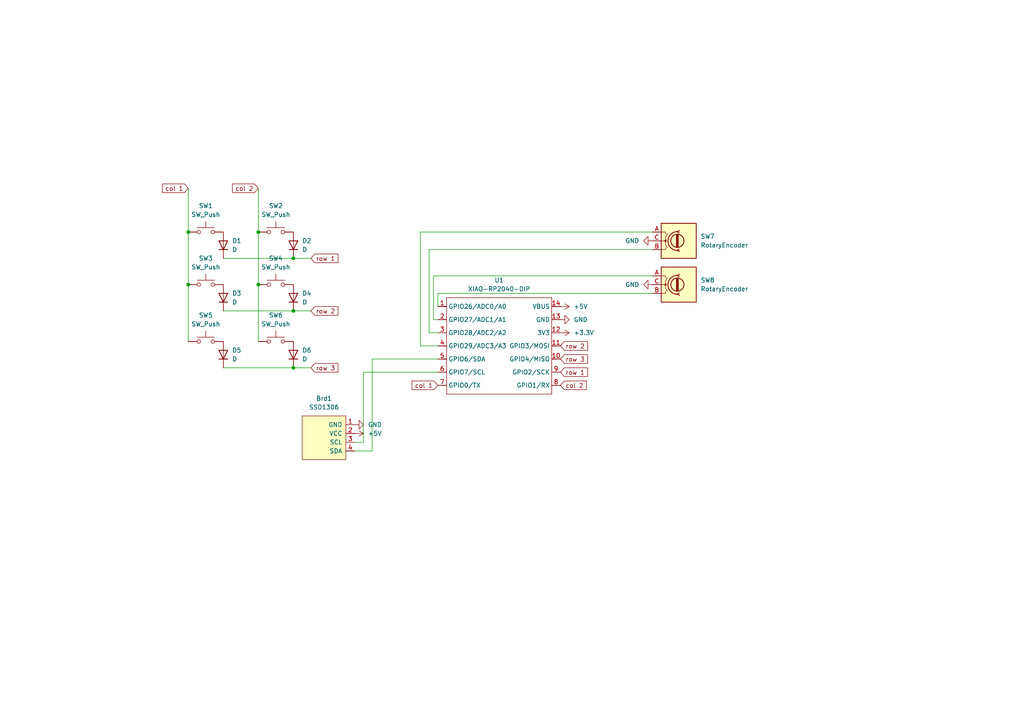
<source format=kicad_sch>
(kicad_sch
	(version 20231120)
	(generator "eeschema")
	(generator_version "8.0")
	(uuid "b450b460-bac9-4bd5-b547-666e19e2a901")
	(paper "A4")
	(lib_symbols
		(symbol "Device:D"
			(pin_numbers hide)
			(pin_names
				(offset 1.016) hide)
			(exclude_from_sim no)
			(in_bom yes)
			(on_board yes)
			(property "Reference" "D"
				(at 0 2.54 0)
				(effects
					(font
						(size 1.27 1.27)
					)
				)
			)
			(property "Value" "D"
				(at 0 -2.54 0)
				(effects
					(font
						(size 1.27 1.27)
					)
				)
			)
			(property "Footprint" ""
				(at 0 0 0)
				(effects
					(font
						(size 1.27 1.27)
					)
					(hide yes)
				)
			)
			(property "Datasheet" "~"
				(at 0 0 0)
				(effects
					(font
						(size 1.27 1.27)
					)
					(hide yes)
				)
			)
			(property "Description" "Diode"
				(at 0 0 0)
				(effects
					(font
						(size 1.27 1.27)
					)
					(hide yes)
				)
			)
			(property "Sim.Device" "D"
				(at 0 0 0)
				(effects
					(font
						(size 1.27 1.27)
					)
					(hide yes)
				)
			)
			(property "Sim.Pins" "1=K 2=A"
				(at 0 0 0)
				(effects
					(font
						(size 1.27 1.27)
					)
					(hide yes)
				)
			)
			(property "ki_keywords" "diode"
				(at 0 0 0)
				(effects
					(font
						(size 1.27 1.27)
					)
					(hide yes)
				)
			)
			(property "ki_fp_filters" "TO-???* *_Diode_* *SingleDiode* D_*"
				(at 0 0 0)
				(effects
					(font
						(size 1.27 1.27)
					)
					(hide yes)
				)
			)
			(symbol "D_0_1"
				(polyline
					(pts
						(xy -1.27 1.27) (xy -1.27 -1.27)
					)
					(stroke
						(width 0.254)
						(type default)
					)
					(fill
						(type none)
					)
				)
				(polyline
					(pts
						(xy 1.27 0) (xy -1.27 0)
					)
					(stroke
						(width 0)
						(type default)
					)
					(fill
						(type none)
					)
				)
				(polyline
					(pts
						(xy 1.27 1.27) (xy 1.27 -1.27) (xy -1.27 0) (xy 1.27 1.27)
					)
					(stroke
						(width 0.254)
						(type default)
					)
					(fill
						(type none)
					)
				)
			)
			(symbol "D_1_1"
				(pin passive line
					(at -3.81 0 0)
					(length 2.54)
					(name "K"
						(effects
							(font
								(size 1.27 1.27)
							)
						)
					)
					(number "1"
						(effects
							(font
								(size 1.27 1.27)
							)
						)
					)
				)
				(pin passive line
					(at 3.81 0 180)
					(length 2.54)
					(name "A"
						(effects
							(font
								(size 1.27 1.27)
							)
						)
					)
					(number "2"
						(effects
							(font
								(size 1.27 1.27)
							)
						)
					)
				)
			)
		)
		(symbol "Device:RotaryEncoder"
			(pin_names
				(offset 0.254) hide)
			(exclude_from_sim no)
			(in_bom yes)
			(on_board yes)
			(property "Reference" "SW"
				(at 0 6.604 0)
				(effects
					(font
						(size 1.27 1.27)
					)
				)
			)
			(property "Value" "RotaryEncoder"
				(at 0 -6.604 0)
				(effects
					(font
						(size 1.27 1.27)
					)
				)
			)
			(property "Footprint" ""
				(at -3.81 4.064 0)
				(effects
					(font
						(size 1.27 1.27)
					)
					(hide yes)
				)
			)
			(property "Datasheet" "~"
				(at 0 6.604 0)
				(effects
					(font
						(size 1.27 1.27)
					)
					(hide yes)
				)
			)
			(property "Description" "Rotary encoder, dual channel, incremental quadrate outputs"
				(at 0 0 0)
				(effects
					(font
						(size 1.27 1.27)
					)
					(hide yes)
				)
			)
			(property "ki_keywords" "rotary switch encoder"
				(at 0 0 0)
				(effects
					(font
						(size 1.27 1.27)
					)
					(hide yes)
				)
			)
			(property "ki_fp_filters" "RotaryEncoder*"
				(at 0 0 0)
				(effects
					(font
						(size 1.27 1.27)
					)
					(hide yes)
				)
			)
			(symbol "RotaryEncoder_0_1"
				(rectangle
					(start -5.08 5.08)
					(end 5.08 -5.08)
					(stroke
						(width 0.254)
						(type default)
					)
					(fill
						(type background)
					)
				)
				(circle
					(center -3.81 0)
					(radius 0.254)
					(stroke
						(width 0)
						(type default)
					)
					(fill
						(type outline)
					)
				)
				(circle
					(center -0.381 0)
					(radius 1.905)
					(stroke
						(width 0.254)
						(type default)
					)
					(fill
						(type none)
					)
				)
				(arc
					(start -0.381 2.667)
					(mid -3.0988 -0.0635)
					(end -0.381 -2.794)
					(stroke
						(width 0.254)
						(type default)
					)
					(fill
						(type none)
					)
				)
				(polyline
					(pts
						(xy -0.635 -1.778) (xy -0.635 1.778)
					)
					(stroke
						(width 0.254)
						(type default)
					)
					(fill
						(type none)
					)
				)
				(polyline
					(pts
						(xy -0.381 -1.778) (xy -0.381 1.778)
					)
					(stroke
						(width 0.254)
						(type default)
					)
					(fill
						(type none)
					)
				)
				(polyline
					(pts
						(xy -0.127 1.778) (xy -0.127 -1.778)
					)
					(stroke
						(width 0.254)
						(type default)
					)
					(fill
						(type none)
					)
				)
				(polyline
					(pts
						(xy -5.08 -2.54) (xy -3.81 -2.54) (xy -3.81 -2.032)
					)
					(stroke
						(width 0)
						(type default)
					)
					(fill
						(type none)
					)
				)
				(polyline
					(pts
						(xy -5.08 2.54) (xy -3.81 2.54) (xy -3.81 2.032)
					)
					(stroke
						(width 0)
						(type default)
					)
					(fill
						(type none)
					)
				)
				(polyline
					(pts
						(xy 0.254 -3.048) (xy -0.508 -2.794) (xy 0.127 -2.413)
					)
					(stroke
						(width 0.254)
						(type default)
					)
					(fill
						(type none)
					)
				)
				(polyline
					(pts
						(xy 0.254 2.921) (xy -0.508 2.667) (xy 0.127 2.286)
					)
					(stroke
						(width 0.254)
						(type default)
					)
					(fill
						(type none)
					)
				)
				(polyline
					(pts
						(xy -5.08 0) (xy -3.81 0) (xy -3.81 -1.016) (xy -3.302 -2.032)
					)
					(stroke
						(width 0)
						(type default)
					)
					(fill
						(type none)
					)
				)
				(polyline
					(pts
						(xy -4.318 0) (xy -3.81 0) (xy -3.81 1.016) (xy -3.302 2.032)
					)
					(stroke
						(width 0)
						(type default)
					)
					(fill
						(type none)
					)
				)
			)
			(symbol "RotaryEncoder_1_1"
				(pin passive line
					(at -7.62 2.54 0)
					(length 2.54)
					(name "A"
						(effects
							(font
								(size 1.27 1.27)
							)
						)
					)
					(number "A"
						(effects
							(font
								(size 1.27 1.27)
							)
						)
					)
				)
				(pin passive line
					(at -7.62 -2.54 0)
					(length 2.54)
					(name "B"
						(effects
							(font
								(size 1.27 1.27)
							)
						)
					)
					(number "B"
						(effects
							(font
								(size 1.27 1.27)
							)
						)
					)
				)
				(pin passive line
					(at -7.62 0 0)
					(length 2.54)
					(name "C"
						(effects
							(font
								(size 1.27 1.27)
							)
						)
					)
					(number "C"
						(effects
							(font
								(size 1.27 1.27)
							)
						)
					)
				)
			)
		)
		(symbol "OPL:XIAO-RP2040-DIP"
			(exclude_from_sim no)
			(in_bom yes)
			(on_board yes)
			(property "Reference" "U"
				(at 0 0 0)
				(effects
					(font
						(size 1.27 1.27)
					)
				)
			)
			(property "Value" "XIAO-RP2040-DIP"
				(at 5.334 -1.778 0)
				(effects
					(font
						(size 1.27 1.27)
					)
				)
			)
			(property "Footprint" "Module:MOUDLE14P-XIAO-DIP-SMD"
				(at 14.478 -32.258 0)
				(effects
					(font
						(size 1.27 1.27)
					)
					(hide yes)
				)
			)
			(property "Datasheet" ""
				(at 0 0 0)
				(effects
					(font
						(size 1.27 1.27)
					)
					(hide yes)
				)
			)
			(property "Description" ""
				(at 0 0 0)
				(effects
					(font
						(size 1.27 1.27)
					)
					(hide yes)
				)
			)
			(symbol "XIAO-RP2040-DIP_1_0"
				(polyline
					(pts
						(xy -1.27 -30.48) (xy -1.27 -16.51)
					)
					(stroke
						(width 0.1524)
						(type solid)
					)
					(fill
						(type none)
					)
				)
				(polyline
					(pts
						(xy -1.27 -27.94) (xy -2.54 -27.94)
					)
					(stroke
						(width 0.1524)
						(type solid)
					)
					(fill
						(type none)
					)
				)
				(polyline
					(pts
						(xy -1.27 -24.13) (xy -2.54 -24.13)
					)
					(stroke
						(width 0.1524)
						(type solid)
					)
					(fill
						(type none)
					)
				)
				(polyline
					(pts
						(xy -1.27 -20.32) (xy -2.54 -20.32)
					)
					(stroke
						(width 0.1524)
						(type solid)
					)
					(fill
						(type none)
					)
				)
				(polyline
					(pts
						(xy -1.27 -16.51) (xy -2.54 -16.51)
					)
					(stroke
						(width 0.1524)
						(type solid)
					)
					(fill
						(type none)
					)
				)
				(polyline
					(pts
						(xy -1.27 -16.51) (xy -1.27 -12.7)
					)
					(stroke
						(width 0.1524)
						(type solid)
					)
					(fill
						(type none)
					)
				)
				(polyline
					(pts
						(xy -1.27 -12.7) (xy -2.54 -12.7)
					)
					(stroke
						(width 0.1524)
						(type solid)
					)
					(fill
						(type none)
					)
				)
				(polyline
					(pts
						(xy -1.27 -12.7) (xy -1.27 -8.89)
					)
					(stroke
						(width 0.1524)
						(type solid)
					)
					(fill
						(type none)
					)
				)
				(polyline
					(pts
						(xy -1.27 -8.89) (xy -2.54 -8.89)
					)
					(stroke
						(width 0.1524)
						(type solid)
					)
					(fill
						(type none)
					)
				)
				(polyline
					(pts
						(xy -1.27 -8.89) (xy -1.27 -5.08)
					)
					(stroke
						(width 0.1524)
						(type solid)
					)
					(fill
						(type none)
					)
				)
				(polyline
					(pts
						(xy -1.27 -5.08) (xy -2.54 -5.08)
					)
					(stroke
						(width 0.1524)
						(type solid)
					)
					(fill
						(type none)
					)
				)
				(polyline
					(pts
						(xy -1.27 -5.08) (xy -1.27 -2.54)
					)
					(stroke
						(width 0.1524)
						(type solid)
					)
					(fill
						(type none)
					)
				)
				(polyline
					(pts
						(xy -1.27 -2.54) (xy 29.21 -2.54)
					)
					(stroke
						(width 0.1524)
						(type solid)
					)
					(fill
						(type none)
					)
				)
				(polyline
					(pts
						(xy 29.21 -30.48) (xy -1.27 -30.48)
					)
					(stroke
						(width 0.1524)
						(type solid)
					)
					(fill
						(type none)
					)
				)
				(polyline
					(pts
						(xy 29.21 -12.7) (xy 29.21 -30.48)
					)
					(stroke
						(width 0.1524)
						(type solid)
					)
					(fill
						(type none)
					)
				)
				(polyline
					(pts
						(xy 29.21 -8.89) (xy 29.21 -12.7)
					)
					(stroke
						(width 0.1524)
						(type solid)
					)
					(fill
						(type none)
					)
				)
				(polyline
					(pts
						(xy 29.21 -5.08) (xy 29.21 -8.89)
					)
					(stroke
						(width 0.1524)
						(type solid)
					)
					(fill
						(type none)
					)
				)
				(polyline
					(pts
						(xy 29.21 -2.54) (xy 29.21 -5.08)
					)
					(stroke
						(width 0.1524)
						(type solid)
					)
					(fill
						(type none)
					)
				)
				(polyline
					(pts
						(xy 30.48 -27.94) (xy 29.21 -27.94)
					)
					(stroke
						(width 0.1524)
						(type solid)
					)
					(fill
						(type none)
					)
				)
				(polyline
					(pts
						(xy 30.48 -24.13) (xy 29.21 -24.13)
					)
					(stroke
						(width 0.1524)
						(type solid)
					)
					(fill
						(type none)
					)
				)
				(polyline
					(pts
						(xy 30.48 -20.32) (xy 29.21 -20.32)
					)
					(stroke
						(width 0.1524)
						(type solid)
					)
					(fill
						(type none)
					)
				)
				(polyline
					(pts
						(xy 30.48 -16.51) (xy 29.21 -16.51)
					)
					(stroke
						(width 0.1524)
						(type solid)
					)
					(fill
						(type none)
					)
				)
				(polyline
					(pts
						(xy 30.48 -12.7) (xy 29.21 -12.7)
					)
					(stroke
						(width 0.1524)
						(type solid)
					)
					(fill
						(type none)
					)
				)
				(polyline
					(pts
						(xy 30.48 -8.89) (xy 29.21 -8.89)
					)
					(stroke
						(width 0.1524)
						(type solid)
					)
					(fill
						(type none)
					)
				)
				(polyline
					(pts
						(xy 30.48 -5.08) (xy 29.21 -5.08)
					)
					(stroke
						(width 0.1524)
						(type solid)
					)
					(fill
						(type none)
					)
				)
				(pin passive line
					(at -3.81 -5.08 0)
					(length 2.54)
					(name "GPIO26/ADC0/A0"
						(effects
							(font
								(size 1.27 1.27)
							)
						)
					)
					(number "1"
						(effects
							(font
								(size 1.27 1.27)
							)
						)
					)
				)
				(pin passive line
					(at 31.75 -20.32 180)
					(length 2.54)
					(name "GPIO4/MISO"
						(effects
							(font
								(size 1.27 1.27)
							)
						)
					)
					(number "10"
						(effects
							(font
								(size 1.27 1.27)
							)
						)
					)
				)
				(pin passive line
					(at 31.75 -16.51 180)
					(length 2.54)
					(name "GPIO3/MOSI"
						(effects
							(font
								(size 1.27 1.27)
							)
						)
					)
					(number "11"
						(effects
							(font
								(size 1.27 1.27)
							)
						)
					)
				)
				(pin passive line
					(at 31.75 -12.7 180)
					(length 2.54)
					(name "3V3"
						(effects
							(font
								(size 1.27 1.27)
							)
						)
					)
					(number "12"
						(effects
							(font
								(size 1.27 1.27)
							)
						)
					)
				)
				(pin passive line
					(at 31.75 -8.89 180)
					(length 2.54)
					(name "GND"
						(effects
							(font
								(size 1.27 1.27)
							)
						)
					)
					(number "13"
						(effects
							(font
								(size 1.27 1.27)
							)
						)
					)
				)
				(pin passive line
					(at 31.75 -5.08 180)
					(length 2.54)
					(name "VBUS"
						(effects
							(font
								(size 1.27 1.27)
							)
						)
					)
					(number "14"
						(effects
							(font
								(size 1.27 1.27)
							)
						)
					)
				)
				(pin passive line
					(at -3.81 -8.89 0)
					(length 2.54)
					(name "GPIO27/ADC1/A1"
						(effects
							(font
								(size 1.27 1.27)
							)
						)
					)
					(number "2"
						(effects
							(font
								(size 1.27 1.27)
							)
						)
					)
				)
				(pin passive line
					(at -3.81 -12.7 0)
					(length 2.54)
					(name "GPIO28/ADC2/A2"
						(effects
							(font
								(size 1.27 1.27)
							)
						)
					)
					(number "3"
						(effects
							(font
								(size 1.27 1.27)
							)
						)
					)
				)
				(pin passive line
					(at -3.81 -16.51 0)
					(length 2.54)
					(name "GPIO29/ADC3/A3"
						(effects
							(font
								(size 1.27 1.27)
							)
						)
					)
					(number "4"
						(effects
							(font
								(size 1.27 1.27)
							)
						)
					)
				)
				(pin passive line
					(at -3.81 -20.32 0)
					(length 2.54)
					(name "GPIO6/SDA"
						(effects
							(font
								(size 1.27 1.27)
							)
						)
					)
					(number "5"
						(effects
							(font
								(size 1.27 1.27)
							)
						)
					)
				)
				(pin passive line
					(at -3.81 -24.13 0)
					(length 2.54)
					(name "GPIO7/SCL"
						(effects
							(font
								(size 1.27 1.27)
							)
						)
					)
					(number "6"
						(effects
							(font
								(size 1.27 1.27)
							)
						)
					)
				)
				(pin passive line
					(at -3.81 -27.94 0)
					(length 2.54)
					(name "GPIO0/TX"
						(effects
							(font
								(size 1.27 1.27)
							)
						)
					)
					(number "7"
						(effects
							(font
								(size 1.27 1.27)
							)
						)
					)
				)
				(pin passive line
					(at 31.75 -27.94 180)
					(length 2.54)
					(name "GPIO1/RX"
						(effects
							(font
								(size 1.27 1.27)
							)
						)
					)
					(number "8"
						(effects
							(font
								(size 1.27 1.27)
							)
						)
					)
				)
				(pin passive line
					(at 31.75 -24.13 180)
					(length 2.54)
					(name "GPIO2/SCK"
						(effects
							(font
								(size 1.27 1.27)
							)
						)
					)
					(number "9"
						(effects
							(font
								(size 1.27 1.27)
							)
						)
					)
				)
			)
		)
		(symbol "SSD1306-128x64_OLED:SSD1306"
			(pin_names
				(offset 1.016)
			)
			(exclude_from_sim no)
			(in_bom yes)
			(on_board yes)
			(property "Reference" "Brd"
				(at 0 -3.81 0)
				(effects
					(font
						(size 1.27 1.27)
					)
				)
			)
			(property "Value" "SSD1306"
				(at 0 -1.27 0)
				(effects
					(font
						(size 1.27 1.27)
					)
				)
			)
			(property "Footprint" ""
				(at 0 6.35 0)
				(effects
					(font
						(size 1.27 1.27)
					)
					(hide yes)
				)
			)
			(property "Datasheet" ""
				(at 0 6.35 0)
				(effects
					(font
						(size 1.27 1.27)
					)
					(hide yes)
				)
			)
			(property "Description" "SSD1306 OLED"
				(at 0 0 0)
				(effects
					(font
						(size 1.27 1.27)
					)
					(hide yes)
				)
			)
			(property "ki_keywords" "SSD1306"
				(at 0 0 0)
				(effects
					(font
						(size 1.27 1.27)
					)
					(hide yes)
				)
			)
			(property "ki_fp_filters" "SSD1306-128x64_OLED:SSD1306"
				(at 0 0 0)
				(effects
					(font
						(size 1.27 1.27)
					)
					(hide yes)
				)
			)
			(symbol "SSD1306_0_1"
				(rectangle
					(start -6.35 6.35)
					(end 6.35 -6.35)
					(stroke
						(width 0)
						(type solid)
					)
					(fill
						(type background)
					)
				)
			)
			(symbol "SSD1306_1_1"
				(pin input line
					(at -3.81 8.89 270)
					(length 2.54)
					(name "GND"
						(effects
							(font
								(size 1.27 1.27)
							)
						)
					)
					(number "1"
						(effects
							(font
								(size 1.27 1.27)
							)
						)
					)
				)
				(pin input line
					(at -1.27 8.89 270)
					(length 2.54)
					(name "VCC"
						(effects
							(font
								(size 1.27 1.27)
							)
						)
					)
					(number "2"
						(effects
							(font
								(size 1.27 1.27)
							)
						)
					)
				)
				(pin input line
					(at 1.27 8.89 270)
					(length 2.54)
					(name "SCL"
						(effects
							(font
								(size 1.27 1.27)
							)
						)
					)
					(number "3"
						(effects
							(font
								(size 1.27 1.27)
							)
						)
					)
				)
				(pin input line
					(at 3.81 8.89 270)
					(length 2.54)
					(name "SDA"
						(effects
							(font
								(size 1.27 1.27)
							)
						)
					)
					(number "4"
						(effects
							(font
								(size 1.27 1.27)
							)
						)
					)
				)
			)
		)
		(symbol "Switch:SW_Push"
			(pin_numbers hide)
			(pin_names
				(offset 1.016) hide)
			(exclude_from_sim no)
			(in_bom yes)
			(on_board yes)
			(property "Reference" "SW"
				(at 1.27 2.54 0)
				(effects
					(font
						(size 1.27 1.27)
					)
					(justify left)
				)
			)
			(property "Value" "SW_Push"
				(at 0 -1.524 0)
				(effects
					(font
						(size 1.27 1.27)
					)
				)
			)
			(property "Footprint" ""
				(at 0 5.08 0)
				(effects
					(font
						(size 1.27 1.27)
					)
					(hide yes)
				)
			)
			(property "Datasheet" "~"
				(at 0 5.08 0)
				(effects
					(font
						(size 1.27 1.27)
					)
					(hide yes)
				)
			)
			(property "Description" "Push button switch, generic, two pins"
				(at 0 0 0)
				(effects
					(font
						(size 1.27 1.27)
					)
					(hide yes)
				)
			)
			(property "ki_keywords" "switch normally-open pushbutton push-button"
				(at 0 0 0)
				(effects
					(font
						(size 1.27 1.27)
					)
					(hide yes)
				)
			)
			(symbol "SW_Push_0_1"
				(circle
					(center -2.032 0)
					(radius 0.508)
					(stroke
						(width 0)
						(type default)
					)
					(fill
						(type none)
					)
				)
				(polyline
					(pts
						(xy 0 1.27) (xy 0 3.048)
					)
					(stroke
						(width 0)
						(type default)
					)
					(fill
						(type none)
					)
				)
				(polyline
					(pts
						(xy 2.54 1.27) (xy -2.54 1.27)
					)
					(stroke
						(width 0)
						(type default)
					)
					(fill
						(type none)
					)
				)
				(circle
					(center 2.032 0)
					(radius 0.508)
					(stroke
						(width 0)
						(type default)
					)
					(fill
						(type none)
					)
				)
				(pin passive line
					(at -5.08 0 0)
					(length 2.54)
					(name "1"
						(effects
							(font
								(size 1.27 1.27)
							)
						)
					)
					(number "1"
						(effects
							(font
								(size 1.27 1.27)
							)
						)
					)
				)
				(pin passive line
					(at 5.08 0 180)
					(length 2.54)
					(name "2"
						(effects
							(font
								(size 1.27 1.27)
							)
						)
					)
					(number "2"
						(effects
							(font
								(size 1.27 1.27)
							)
						)
					)
				)
			)
		)
		(symbol "power:+3.3V"
			(power)
			(pin_numbers hide)
			(pin_names
				(offset 0) hide)
			(exclude_from_sim no)
			(in_bom yes)
			(on_board yes)
			(property "Reference" "#PWR"
				(at 0 -3.81 0)
				(effects
					(font
						(size 1.27 1.27)
					)
					(hide yes)
				)
			)
			(property "Value" "+3.3V"
				(at 0 3.556 0)
				(effects
					(font
						(size 1.27 1.27)
					)
				)
			)
			(property "Footprint" ""
				(at 0 0 0)
				(effects
					(font
						(size 1.27 1.27)
					)
					(hide yes)
				)
			)
			(property "Datasheet" ""
				(at 0 0 0)
				(effects
					(font
						(size 1.27 1.27)
					)
					(hide yes)
				)
			)
			(property "Description" "Power symbol creates a global label with name \"+3.3V\""
				(at 0 0 0)
				(effects
					(font
						(size 1.27 1.27)
					)
					(hide yes)
				)
			)
			(property "ki_keywords" "global power"
				(at 0 0 0)
				(effects
					(font
						(size 1.27 1.27)
					)
					(hide yes)
				)
			)
			(symbol "+3.3V_0_1"
				(polyline
					(pts
						(xy -0.762 1.27) (xy 0 2.54)
					)
					(stroke
						(width 0)
						(type default)
					)
					(fill
						(type none)
					)
				)
				(polyline
					(pts
						(xy 0 0) (xy 0 2.54)
					)
					(stroke
						(width 0)
						(type default)
					)
					(fill
						(type none)
					)
				)
				(polyline
					(pts
						(xy 0 2.54) (xy 0.762 1.27)
					)
					(stroke
						(width 0)
						(type default)
					)
					(fill
						(type none)
					)
				)
			)
			(symbol "+3.3V_1_1"
				(pin power_in line
					(at 0 0 90)
					(length 0)
					(name "~"
						(effects
							(font
								(size 1.27 1.27)
							)
						)
					)
					(number "1"
						(effects
							(font
								(size 1.27 1.27)
							)
						)
					)
				)
			)
		)
		(symbol "power:+5V"
			(power)
			(pin_numbers hide)
			(pin_names
				(offset 0) hide)
			(exclude_from_sim no)
			(in_bom yes)
			(on_board yes)
			(property "Reference" "#PWR"
				(at 0 -3.81 0)
				(effects
					(font
						(size 1.27 1.27)
					)
					(hide yes)
				)
			)
			(property "Value" "+5V"
				(at 0 3.556 0)
				(effects
					(font
						(size 1.27 1.27)
					)
				)
			)
			(property "Footprint" ""
				(at 0 0 0)
				(effects
					(font
						(size 1.27 1.27)
					)
					(hide yes)
				)
			)
			(property "Datasheet" ""
				(at 0 0 0)
				(effects
					(font
						(size 1.27 1.27)
					)
					(hide yes)
				)
			)
			(property "Description" "Power symbol creates a global label with name \"+5V\""
				(at 0 0 0)
				(effects
					(font
						(size 1.27 1.27)
					)
					(hide yes)
				)
			)
			(property "ki_keywords" "global power"
				(at 0 0 0)
				(effects
					(font
						(size 1.27 1.27)
					)
					(hide yes)
				)
			)
			(symbol "+5V_0_1"
				(polyline
					(pts
						(xy -0.762 1.27) (xy 0 2.54)
					)
					(stroke
						(width 0)
						(type default)
					)
					(fill
						(type none)
					)
				)
				(polyline
					(pts
						(xy 0 0) (xy 0 2.54)
					)
					(stroke
						(width 0)
						(type default)
					)
					(fill
						(type none)
					)
				)
				(polyline
					(pts
						(xy 0 2.54) (xy 0.762 1.27)
					)
					(stroke
						(width 0)
						(type default)
					)
					(fill
						(type none)
					)
				)
			)
			(symbol "+5V_1_1"
				(pin power_in line
					(at 0 0 90)
					(length 0)
					(name "~"
						(effects
							(font
								(size 1.27 1.27)
							)
						)
					)
					(number "1"
						(effects
							(font
								(size 1.27 1.27)
							)
						)
					)
				)
			)
		)
		(symbol "power:GND"
			(power)
			(pin_numbers hide)
			(pin_names
				(offset 0) hide)
			(exclude_from_sim no)
			(in_bom yes)
			(on_board yes)
			(property "Reference" "#PWR"
				(at 0 -6.35 0)
				(effects
					(font
						(size 1.27 1.27)
					)
					(hide yes)
				)
			)
			(property "Value" "GND"
				(at 0 -3.81 0)
				(effects
					(font
						(size 1.27 1.27)
					)
				)
			)
			(property "Footprint" ""
				(at 0 0 0)
				(effects
					(font
						(size 1.27 1.27)
					)
					(hide yes)
				)
			)
			(property "Datasheet" ""
				(at 0 0 0)
				(effects
					(font
						(size 1.27 1.27)
					)
					(hide yes)
				)
			)
			(property "Description" "Power symbol creates a global label with name \"GND\" , ground"
				(at 0 0 0)
				(effects
					(font
						(size 1.27 1.27)
					)
					(hide yes)
				)
			)
			(property "ki_keywords" "global power"
				(at 0 0 0)
				(effects
					(font
						(size 1.27 1.27)
					)
					(hide yes)
				)
			)
			(symbol "GND_0_1"
				(polyline
					(pts
						(xy 0 0) (xy 0 -1.27) (xy 1.27 -1.27) (xy 0 -2.54) (xy -1.27 -1.27) (xy 0 -1.27)
					)
					(stroke
						(width 0)
						(type default)
					)
					(fill
						(type none)
					)
				)
			)
			(symbol "GND_1_1"
				(pin power_in line
					(at 0 0 270)
					(length 0)
					(name "~"
						(effects
							(font
								(size 1.27 1.27)
							)
						)
					)
					(number "1"
						(effects
							(font
								(size 1.27 1.27)
							)
						)
					)
				)
			)
		)
	)
	(junction
		(at 54.61 82.55)
		(diameter 0)
		(color 0 0 0 0)
		(uuid "22c9388d-b067-490d-9043-61580c46cd2f")
	)
	(junction
		(at 54.61 67.31)
		(diameter 0)
		(color 0 0 0 0)
		(uuid "31f86505-0154-4364-9a7e-464b0bfaca06")
	)
	(junction
		(at 85.09 106.68)
		(diameter 0)
		(color 0 0 0 0)
		(uuid "6c015c29-affe-49df-b631-c304b22f9739")
	)
	(junction
		(at 74.93 82.55)
		(diameter 0)
		(color 0 0 0 0)
		(uuid "8aa03716-610a-4d31-8365-b4e1f26df54b")
	)
	(junction
		(at 85.09 74.93)
		(diameter 0)
		(color 0 0 0 0)
		(uuid "bea06e08-c189-4567-af99-b1a4fee10c5a")
	)
	(junction
		(at 74.93 67.31)
		(diameter 0)
		(color 0 0 0 0)
		(uuid "c93bac13-6e60-4de3-8afa-6edaf8a2f4ba")
	)
	(junction
		(at 85.09 90.17)
		(diameter 0)
		(color 0 0 0 0)
		(uuid "da228a06-ae74-4895-b394-c739edb5f238")
	)
	(wire
		(pts
			(xy 54.61 82.55) (xy 54.61 99.06)
		)
		(stroke
			(width 0)
			(type default)
		)
		(uuid "0d9f7f9b-62e6-4233-b15d-4b428389515d")
	)
	(wire
		(pts
			(xy 105.41 107.95) (xy 105.41 128.27)
		)
		(stroke
			(width 0)
			(type default)
		)
		(uuid "1ef1c285-c6c5-41db-b791-adf55ef30caa")
	)
	(wire
		(pts
			(xy 107.95 104.14) (xy 127 104.14)
		)
		(stroke
			(width 0)
			(type default)
		)
		(uuid "23b5d43e-b11b-4314-a4bd-36fc0fdc9954")
	)
	(wire
		(pts
			(xy 74.93 82.55) (xy 74.93 99.06)
		)
		(stroke
			(width 0)
			(type default)
		)
		(uuid "323d7ae8-9f75-4c04-ac1c-e4f45ecbf4b0")
	)
	(wire
		(pts
			(xy 74.93 54.61) (xy 74.93 67.31)
		)
		(stroke
			(width 0)
			(type default)
		)
		(uuid "3fa7600e-6c90-45ea-b334-494cb37f4d5c")
	)
	(wire
		(pts
			(xy 121.92 67.31) (xy 121.92 100.33)
		)
		(stroke
			(width 0)
			(type default)
		)
		(uuid "4402268b-14f9-4d71-a482-d71c06e5781f")
	)
	(wire
		(pts
			(xy 54.61 54.61) (xy 54.61 67.31)
		)
		(stroke
			(width 0)
			(type default)
		)
		(uuid "579df53d-e1f6-435d-93fc-a095b9f908db")
	)
	(wire
		(pts
			(xy 107.95 130.81) (xy 102.87 130.81)
		)
		(stroke
			(width 0)
			(type default)
		)
		(uuid "5c97f985-58f2-4bfd-8522-f632c4817950")
	)
	(wire
		(pts
			(xy 189.23 85.09) (xy 127 85.09)
		)
		(stroke
			(width 0)
			(type default)
		)
		(uuid "62da2dc2-32c1-453b-aa8f-162e655ad28a")
	)
	(wire
		(pts
			(xy 64.77 106.68) (xy 85.09 106.68)
		)
		(stroke
			(width 0)
			(type default)
		)
		(uuid "8531ae15-ce13-4de4-b6be-044483f610c1")
	)
	(wire
		(pts
			(xy 85.09 90.17) (xy 90.17 90.17)
		)
		(stroke
			(width 0)
			(type default)
		)
		(uuid "8db343a8-04d9-4fdf-b192-351af063dce4")
	)
	(wire
		(pts
			(xy 105.41 107.95) (xy 127 107.95)
		)
		(stroke
			(width 0)
			(type default)
		)
		(uuid "97c31968-d25f-4918-b171-ffeccc4fa3da")
	)
	(wire
		(pts
			(xy 121.92 100.33) (xy 127 100.33)
		)
		(stroke
			(width 0)
			(type default)
		)
		(uuid "97f112db-328a-40cc-8d06-24f131bbd705")
	)
	(wire
		(pts
			(xy 124.46 96.52) (xy 124.46 72.39)
		)
		(stroke
			(width 0)
			(type default)
		)
		(uuid "998e01fb-774e-4b5b-a357-31b93141c065")
	)
	(wire
		(pts
			(xy 125.73 92.71) (xy 127 92.71)
		)
		(stroke
			(width 0)
			(type default)
		)
		(uuid "9a417f7f-0d83-45d4-81fa-1ef21a817ce5")
	)
	(wire
		(pts
			(xy 189.23 67.31) (xy 121.92 67.31)
		)
		(stroke
			(width 0)
			(type default)
		)
		(uuid "9cbee523-bc32-4ce6-a5c6-c209db08dca2")
	)
	(wire
		(pts
			(xy 105.41 128.27) (xy 102.87 128.27)
		)
		(stroke
			(width 0)
			(type default)
		)
		(uuid "9f2b6c47-8b5e-41d1-9cce-02d50b23afbe")
	)
	(wire
		(pts
			(xy 127 85.09) (xy 127 88.9)
		)
		(stroke
			(width 0)
			(type default)
		)
		(uuid "a2a556f3-7e89-40ea-b3bc-b6756f8f33a2")
	)
	(wire
		(pts
			(xy 85.09 106.68) (xy 90.17 106.68)
		)
		(stroke
			(width 0)
			(type default)
		)
		(uuid "a651d8d2-b26c-499c-b763-548ae7c30ba6")
	)
	(wire
		(pts
			(xy 64.77 90.17) (xy 85.09 90.17)
		)
		(stroke
			(width 0)
			(type default)
		)
		(uuid "a74d80c5-c640-42dd-948b-b68ab8038046")
	)
	(wire
		(pts
			(xy 124.46 72.39) (xy 189.23 72.39)
		)
		(stroke
			(width 0)
			(type default)
		)
		(uuid "b52b04b0-68fb-484c-9bd0-097b9dfba48b")
	)
	(wire
		(pts
			(xy 85.09 74.93) (xy 90.17 74.93)
		)
		(stroke
			(width 0)
			(type default)
		)
		(uuid "b5ad78e8-0628-4781-9956-62f53646a36d")
	)
	(wire
		(pts
			(xy 189.23 80.01) (xy 125.73 80.01)
		)
		(stroke
			(width 0)
			(type default)
		)
		(uuid "b88a08b7-f5e4-4887-b9cd-d456e1350c3e")
	)
	(wire
		(pts
			(xy 54.61 67.31) (xy 54.61 82.55)
		)
		(stroke
			(width 0)
			(type default)
		)
		(uuid "c40db5e0-f317-43c0-a3ce-59c0a9b40fd8")
	)
	(wire
		(pts
			(xy 74.93 67.31) (xy 74.93 82.55)
		)
		(stroke
			(width 0)
			(type default)
		)
		(uuid "cadb673e-8048-4af9-a7b9-88aa26e0f928")
	)
	(wire
		(pts
			(xy 107.95 104.14) (xy 107.95 130.81)
		)
		(stroke
			(width 0)
			(type default)
		)
		(uuid "dc4c66cb-eb7c-4cbc-abeb-7995305d0e79")
	)
	(wire
		(pts
			(xy 127 96.52) (xy 124.46 96.52)
		)
		(stroke
			(width 0)
			(type default)
		)
		(uuid "e91f20a1-adcf-411b-9f31-f145e9293557")
	)
	(wire
		(pts
			(xy 125.73 80.01) (xy 125.73 92.71)
		)
		(stroke
			(width 0)
			(type default)
		)
		(uuid "f15eef4e-a9f8-46ba-8afa-274901e80d71")
	)
	(wire
		(pts
			(xy 64.77 74.93) (xy 85.09 74.93)
		)
		(stroke
			(width 0)
			(type default)
		)
		(uuid "fba4da57-35a9-4ba7-a7cf-f1b0d3c84966")
	)
	(global_label "row 3"
		(shape input)
		(at 162.56 104.14 0)
		(fields_autoplaced yes)
		(effects
			(font
				(size 1.27 1.27)
			)
			(justify left)
		)
		(uuid "0d88c16f-f821-4aa3-b3b3-216ef0587d68")
		(property "Intersheetrefs" "${INTERSHEET_REFS}"
			(at 170.988 104.14 0)
			(effects
				(font
					(size 1.27 1.27)
				)
				(justify left)
				(hide yes)
			)
		)
	)
	(global_label "col 2"
		(shape input)
		(at 74.93 54.61 180)
		(fields_autoplaced yes)
		(effects
			(font
				(size 1.27 1.27)
			)
			(justify right)
		)
		(uuid "3a2a99dd-8637-4349-ac7d-041cb60a8f75")
		(property "Intersheetrefs" "${INTERSHEET_REFS}"
			(at 66.8649 54.61 0)
			(effects
				(font
					(size 1.27 1.27)
				)
				(justify right)
				(hide yes)
			)
		)
	)
	(global_label "row 3"
		(shape input)
		(at 90.17 106.68 0)
		(fields_autoplaced yes)
		(effects
			(font
				(size 1.27 1.27)
			)
			(justify left)
		)
		(uuid "4a646c56-3502-48ab-8566-0e5a670df937")
		(property "Intersheetrefs" "${INTERSHEET_REFS}"
			(at 98.598 106.68 0)
			(effects
				(font
					(size 1.27 1.27)
				)
				(justify left)
				(hide yes)
			)
		)
	)
	(global_label "col 1"
		(shape input)
		(at 54.61 54.61 180)
		(fields_autoplaced yes)
		(effects
			(font
				(size 1.27 1.27)
			)
			(justify right)
		)
		(uuid "6ccd2562-11bf-430d-97d6-a56d73ad1b3f")
		(property "Intersheetrefs" "${INTERSHEET_REFS}"
			(at 46.5449 54.61 0)
			(effects
				(font
					(size 1.27 1.27)
				)
				(justify right)
				(hide yes)
			)
		)
	)
	(global_label "col 1"
		(shape input)
		(at 127 111.76 180)
		(fields_autoplaced yes)
		(effects
			(font
				(size 1.27 1.27)
			)
			(justify right)
		)
		(uuid "8bf68a5c-3c38-4efa-a9d7-37aecfe2850c")
		(property "Intersheetrefs" "${INTERSHEET_REFS}"
			(at 118.9349 111.76 0)
			(effects
				(font
					(size 1.27 1.27)
				)
				(justify right)
				(hide yes)
			)
		)
	)
	(global_label "row 1"
		(shape input)
		(at 90.17 74.93 0)
		(fields_autoplaced yes)
		(effects
			(font
				(size 1.27 1.27)
			)
			(justify left)
		)
		(uuid "aa295bff-b93e-4226-97fd-40df7722f944")
		(property "Intersheetrefs" "${INTERSHEET_REFS}"
			(at 98.598 74.93 0)
			(effects
				(font
					(size 1.27 1.27)
				)
				(justify left)
				(hide yes)
			)
		)
	)
	(global_label "row 2"
		(shape input)
		(at 90.17 90.17 0)
		(fields_autoplaced yes)
		(effects
			(font
				(size 1.27 1.27)
			)
			(justify left)
		)
		(uuid "babb0069-1ef6-4ba1-9708-3f66b5683868")
		(property "Intersheetrefs" "${INTERSHEET_REFS}"
			(at 98.598 90.17 0)
			(effects
				(font
					(size 1.27 1.27)
				)
				(justify left)
				(hide yes)
			)
		)
	)
	(global_label "row 1"
		(shape input)
		(at 162.56 107.95 0)
		(fields_autoplaced yes)
		(effects
			(font
				(size 1.27 1.27)
			)
			(justify left)
		)
		(uuid "db72263f-cb65-4012-ae22-1e03677dd43a")
		(property "Intersheetrefs" "${INTERSHEET_REFS}"
			(at 170.988 107.95 0)
			(effects
				(font
					(size 1.27 1.27)
				)
				(justify left)
				(hide yes)
			)
		)
	)
	(global_label "row 2"
		(shape input)
		(at 162.56 100.33 0)
		(fields_autoplaced yes)
		(effects
			(font
				(size 1.27 1.27)
			)
			(justify left)
		)
		(uuid "f2c42483-713d-4838-824a-66f4fd529b69")
		(property "Intersheetrefs" "${INTERSHEET_REFS}"
			(at 170.988 100.33 0)
			(effects
				(font
					(size 1.27 1.27)
				)
				(justify left)
				(hide yes)
			)
		)
	)
	(global_label "col 2"
		(shape input)
		(at 162.56 111.76 0)
		(fields_autoplaced yes)
		(effects
			(font
				(size 1.27 1.27)
			)
			(justify left)
		)
		(uuid "f9f4d22c-449a-447c-9943-ee53fa06d606")
		(property "Intersheetrefs" "${INTERSHEET_REFS}"
			(at 170.6251 111.76 0)
			(effects
				(font
					(size 1.27 1.27)
				)
				(justify left)
				(hide yes)
			)
		)
	)
	(symbol
		(lib_id "power:+5V")
		(at 102.87 125.73 270)
		(unit 1)
		(exclude_from_sim no)
		(in_bom yes)
		(on_board yes)
		(dnp no)
		(fields_autoplaced yes)
		(uuid "097b3edb-a9bd-496e-ad1a-9dbeab2c705c")
		(property "Reference" "#PWR04"
			(at 99.06 125.73 0)
			(effects
				(font
					(size 1.27 1.27)
				)
				(hide yes)
			)
		)
		(property "Value" "+5V"
			(at 106.68 125.7299 90)
			(effects
				(font
					(size 1.27 1.27)
				)
				(justify left)
			)
		)
		(property "Footprint" ""
			(at 102.87 125.73 0)
			(effects
				(font
					(size 1.27 1.27)
				)
				(hide yes)
			)
		)
		(property "Datasheet" ""
			(at 102.87 125.73 0)
			(effects
				(font
					(size 1.27 1.27)
				)
				(hide yes)
			)
		)
		(property "Description" "Power symbol creates a global label with name \"+5V\""
			(at 102.87 125.73 0)
			(effects
				(font
					(size 1.27 1.27)
				)
				(hide yes)
			)
		)
		(pin "1"
			(uuid "898e874e-c520-4941-8b1c-14f6ac6994d0")
		)
		(instances
			(project "macroapd"
				(path "/b450b460-bac9-4bd5-b547-666e19e2a901"
					(reference "#PWR04")
					(unit 1)
				)
			)
		)
	)
	(symbol
		(lib_id "Device:D")
		(at 85.09 71.12 90)
		(unit 1)
		(exclude_from_sim no)
		(in_bom yes)
		(on_board yes)
		(dnp no)
		(fields_autoplaced yes)
		(uuid "140589fc-6046-4304-bd1e-56ec52ce1e0e")
		(property "Reference" "D2"
			(at 87.63 69.8499 90)
			(effects
				(font
					(size 1.27 1.27)
				)
				(justify right)
			)
		)
		(property "Value" "D"
			(at 87.63 72.3899 90)
			(effects
				(font
					(size 1.27 1.27)
				)
				(justify right)
			)
		)
		(property "Footprint" "macropad:D_DO-35_SOD27_P7.62mm_Horizontal"
			(at 85.09 71.12 0)
			(effects
				(font
					(size 1.27 1.27)
				)
				(hide yes)
			)
		)
		(property "Datasheet" "~"
			(at 85.09 71.12 0)
			(effects
				(font
					(size 1.27 1.27)
				)
				(hide yes)
			)
		)
		(property "Description" "Diode"
			(at 85.09 71.12 0)
			(effects
				(font
					(size 1.27 1.27)
				)
				(hide yes)
			)
		)
		(property "Sim.Device" "D"
			(at 85.09 71.12 0)
			(effects
				(font
					(size 1.27 1.27)
				)
				(hide yes)
			)
		)
		(property "Sim.Pins" "1=K 2=A"
			(at 85.09 71.12 0)
			(effects
				(font
					(size 1.27 1.27)
				)
				(hide yes)
			)
		)
		(pin "1"
			(uuid "80fcacbe-7809-4ffd-a9c1-303f795a946c")
		)
		(pin "2"
			(uuid "e9ef7773-a62b-495d-b0d3-681e57084b2f")
		)
		(instances
			(project "macroapd"
				(path "/b450b460-bac9-4bd5-b547-666e19e2a901"
					(reference "D2")
					(unit 1)
				)
			)
		)
	)
	(symbol
		(lib_id "Switch:SW_Push")
		(at 59.69 82.55 0)
		(unit 1)
		(exclude_from_sim no)
		(in_bom yes)
		(on_board yes)
		(dnp no)
		(fields_autoplaced yes)
		(uuid "1b6edb5f-11a8-4e84-8c33-9f93b6ea0444")
		(property "Reference" "SW3"
			(at 59.69 74.93 0)
			(effects
				(font
					(size 1.27 1.27)
				)
			)
		)
		(property "Value" "SW_Push"
			(at 59.69 77.47 0)
			(effects
				(font
					(size 1.27 1.27)
				)
			)
		)
		(property "Footprint" "macropad:SW_Cherry_MX_1.00u_PCB"
			(at 59.69 77.47 0)
			(effects
				(font
					(size 1.27 1.27)
				)
				(hide yes)
			)
		)
		(property "Datasheet" "~"
			(at 59.69 77.47 0)
			(effects
				(font
					(size 1.27 1.27)
				)
				(hide yes)
			)
		)
		(property "Description" "Push button switch, generic, two pins"
			(at 59.69 82.55 0)
			(effects
				(font
					(size 1.27 1.27)
				)
				(hide yes)
			)
		)
		(pin "1"
			(uuid "50db4a0f-8ffd-4fb4-86b9-d0455e0db846")
		)
		(pin "2"
			(uuid "5d40e5d9-b43b-4b51-8700-881d72900d52")
		)
		(instances
			(project "macroapd"
				(path "/b450b460-bac9-4bd5-b547-666e19e2a901"
					(reference "SW3")
					(unit 1)
				)
			)
		)
	)
	(symbol
		(lib_id "power:GND")
		(at 189.23 82.55 270)
		(unit 1)
		(exclude_from_sim no)
		(in_bom yes)
		(on_board yes)
		(dnp no)
		(fields_autoplaced yes)
		(uuid "1ec7b9f2-c1a1-400b-a024-560890311456")
		(property "Reference" "#PWR06"
			(at 182.88 82.55 0)
			(effects
				(font
					(size 1.27 1.27)
				)
				(hide yes)
			)
		)
		(property "Value" "GND"
			(at 185.42 82.5499 90)
			(effects
				(font
					(size 1.27 1.27)
				)
				(justify right)
			)
		)
		(property "Footprint" ""
			(at 189.23 82.55 0)
			(effects
				(font
					(size 1.27 1.27)
				)
				(hide yes)
			)
		)
		(property "Datasheet" ""
			(at 189.23 82.55 0)
			(effects
				(font
					(size 1.27 1.27)
				)
				(hide yes)
			)
		)
		(property "Description" "Power symbol creates a global label with name \"GND\" , ground"
			(at 189.23 82.55 0)
			(effects
				(font
					(size 1.27 1.27)
				)
				(hide yes)
			)
		)
		(pin "1"
			(uuid "e75f4c91-1b76-4f98-b260-915e76b916b0")
		)
		(instances
			(project ""
				(path "/b450b460-bac9-4bd5-b547-666e19e2a901"
					(reference "#PWR06")
					(unit 1)
				)
			)
		)
	)
	(symbol
		(lib_id "Switch:SW_Push")
		(at 80.01 99.06 0)
		(unit 1)
		(exclude_from_sim no)
		(in_bom yes)
		(on_board yes)
		(dnp no)
		(fields_autoplaced yes)
		(uuid "240638be-7e45-47bb-b579-d5e7c639cd45")
		(property "Reference" "SW6"
			(at 80.01 91.44 0)
			(effects
				(font
					(size 1.27 1.27)
				)
			)
		)
		(property "Value" "SW_Push"
			(at 80.01 93.98 0)
			(effects
				(font
					(size 1.27 1.27)
				)
			)
		)
		(property "Footprint" "macropad:SW_Cherry_MX_1.00u_PCB"
			(at 80.01 93.98 0)
			(effects
				(font
					(size 1.27 1.27)
				)
				(hide yes)
			)
		)
		(property "Datasheet" "~"
			(at 80.01 93.98 0)
			(effects
				(font
					(size 1.27 1.27)
				)
				(hide yes)
			)
		)
		(property "Description" "Push button switch, generic, two pins"
			(at 80.01 99.06 0)
			(effects
				(font
					(size 1.27 1.27)
				)
				(hide yes)
			)
		)
		(pin "1"
			(uuid "a6466e1d-4842-4e92-b666-61a531c3f8bc")
		)
		(pin "2"
			(uuid "8678b4c0-3e17-4024-a85a-843ba43fb2e1")
		)
		(instances
			(project "macroapd"
				(path "/b450b460-bac9-4bd5-b547-666e19e2a901"
					(reference "SW6")
					(unit 1)
				)
			)
		)
	)
	(symbol
		(lib_id "Device:RotaryEncoder")
		(at 196.85 82.55 0)
		(unit 1)
		(exclude_from_sim no)
		(in_bom yes)
		(on_board yes)
		(dnp no)
		(fields_autoplaced yes)
		(uuid "2e1e6f1d-863b-411d-a801-824bb7cbdd22")
		(property "Reference" "SW8"
			(at 203.2 81.2799 0)
			(effects
				(font
					(size 1.27 1.27)
				)
				(justify left)
			)
		)
		(property "Value" "RotaryEncoder"
			(at 203.2 83.8199 0)
			(effects
				(font
					(size 1.27 1.27)
				)
				(justify left)
			)
		)
		(property "Footprint" "macropad:RotaryEncoder_Alps_EC11E_Vertical_H20mm"
			(at 193.04 78.486 0)
			(effects
				(font
					(size 1.27 1.27)
				)
				(hide yes)
			)
		)
		(property "Datasheet" "~"
			(at 196.85 75.946 0)
			(effects
				(font
					(size 1.27 1.27)
				)
				(hide yes)
			)
		)
		(property "Description" "Rotary encoder, dual channel, incremental quadrate outputs"
			(at 196.85 82.55 0)
			(effects
				(font
					(size 1.27 1.27)
				)
				(hide yes)
			)
		)
		(pin "A"
			(uuid "c3d9a33a-3818-453f-a55f-4da110ea78dc")
		)
		(pin "C"
			(uuid "43b7dafb-3039-416c-9a3f-e96d95036df4")
		)
		(pin "B"
			(uuid "9bd4c03d-8f8c-4d03-8304-2bde01336b4b")
		)
		(instances
			(project "macroapd"
				(path "/b450b460-bac9-4bd5-b547-666e19e2a901"
					(reference "SW8")
					(unit 1)
				)
			)
		)
	)
	(symbol
		(lib_id "Device:D")
		(at 64.77 102.87 90)
		(unit 1)
		(exclude_from_sim no)
		(in_bom yes)
		(on_board yes)
		(dnp no)
		(fields_autoplaced yes)
		(uuid "3aad5c5f-0f53-4e9b-a656-b8a00cb59420")
		(property "Reference" "D5"
			(at 67.31 101.5999 90)
			(effects
				(font
					(size 1.27 1.27)
				)
				(justify right)
			)
		)
		(property "Value" "D"
			(at 67.31 104.1399 90)
			(effects
				(font
					(size 1.27 1.27)
				)
				(justify right)
			)
		)
		(property "Footprint" "macropad:D_DO-35_SOD27_P7.62mm_Horizontal"
			(at 64.77 102.87 0)
			(effects
				(font
					(size 1.27 1.27)
				)
				(hide yes)
			)
		)
		(property "Datasheet" "~"
			(at 64.77 102.87 0)
			(effects
				(font
					(size 1.27 1.27)
				)
				(hide yes)
			)
		)
		(property "Description" "Diode"
			(at 64.77 102.87 0)
			(effects
				(font
					(size 1.27 1.27)
				)
				(hide yes)
			)
		)
		(property "Sim.Device" "D"
			(at 64.77 102.87 0)
			(effects
				(font
					(size 1.27 1.27)
				)
				(hide yes)
			)
		)
		(property "Sim.Pins" "1=K 2=A"
			(at 64.77 102.87 0)
			(effects
				(font
					(size 1.27 1.27)
				)
				(hide yes)
			)
		)
		(pin "1"
			(uuid "d5f0f0cd-4c3a-4f34-a8de-91a956c16d34")
		)
		(pin "2"
			(uuid "5b976653-9850-4d95-b95d-15316c1c312b")
		)
		(instances
			(project "macroapd"
				(path "/b450b460-bac9-4bd5-b547-666e19e2a901"
					(reference "D5")
					(unit 1)
				)
			)
		)
	)
	(symbol
		(lib_id "Device:D")
		(at 85.09 102.87 90)
		(unit 1)
		(exclude_from_sim no)
		(in_bom yes)
		(on_board yes)
		(dnp no)
		(fields_autoplaced yes)
		(uuid "3becf1a9-6419-494c-b593-1db0235cbcd0")
		(property "Reference" "D6"
			(at 87.63 101.5999 90)
			(effects
				(font
					(size 1.27 1.27)
				)
				(justify right)
			)
		)
		(property "Value" "D"
			(at 87.63 104.1399 90)
			(effects
				(font
					(size 1.27 1.27)
				)
				(justify right)
			)
		)
		(property "Footprint" "macropad:D_DO-35_SOD27_P7.62mm_Horizontal"
			(at 85.09 102.87 0)
			(effects
				(font
					(size 1.27 1.27)
				)
				(hide yes)
			)
		)
		(property "Datasheet" "~"
			(at 85.09 102.87 0)
			(effects
				(font
					(size 1.27 1.27)
				)
				(hide yes)
			)
		)
		(property "Description" "Diode"
			(at 85.09 102.87 0)
			(effects
				(font
					(size 1.27 1.27)
				)
				(hide yes)
			)
		)
		(property "Sim.Device" "D"
			(at 85.09 102.87 0)
			(effects
				(font
					(size 1.27 1.27)
				)
				(hide yes)
			)
		)
		(property "Sim.Pins" "1=K 2=A"
			(at 85.09 102.87 0)
			(effects
				(font
					(size 1.27 1.27)
				)
				(hide yes)
			)
		)
		(pin "1"
			(uuid "a5860d1f-ac46-446d-af9d-e7209807202c")
		)
		(pin "2"
			(uuid "3e359915-d61e-4d0b-886e-823eca53a3e0")
		)
		(instances
			(project "macroapd"
				(path "/b450b460-bac9-4bd5-b547-666e19e2a901"
					(reference "D6")
					(unit 1)
				)
			)
		)
	)
	(symbol
		(lib_id "power:GND")
		(at 102.87 123.19 90)
		(unit 1)
		(exclude_from_sim no)
		(in_bom yes)
		(on_board yes)
		(dnp no)
		(fields_autoplaced yes)
		(uuid "4237de9c-fd7d-42c5-aeec-ca73bf2dea7b")
		(property "Reference" "#PWR01"
			(at 109.22 123.19 0)
			(effects
				(font
					(size 1.27 1.27)
				)
				(hide yes)
			)
		)
		(property "Value" "GND"
			(at 106.68 123.1899 90)
			(effects
				(font
					(size 1.27 1.27)
				)
				(justify right)
			)
		)
		(property "Footprint" ""
			(at 102.87 123.19 0)
			(effects
				(font
					(size 1.27 1.27)
				)
				(hide yes)
			)
		)
		(property "Datasheet" ""
			(at 102.87 123.19 0)
			(effects
				(font
					(size 1.27 1.27)
				)
				(hide yes)
			)
		)
		(property "Description" "Power symbol creates a global label with name \"GND\" , ground"
			(at 102.87 123.19 0)
			(effects
				(font
					(size 1.27 1.27)
				)
				(hide yes)
			)
		)
		(pin "1"
			(uuid "e69db1c2-a279-41c6-8786-a6b8db9f177a")
		)
		(instances
			(project ""
				(path "/b450b460-bac9-4bd5-b547-666e19e2a901"
					(reference "#PWR01")
					(unit 1)
				)
			)
		)
	)
	(symbol
		(lib_id "SSD1306-128x64_OLED:SSD1306")
		(at 93.98 127 270)
		(unit 1)
		(exclude_from_sim no)
		(in_bom yes)
		(on_board yes)
		(dnp no)
		(fields_autoplaced yes)
		(uuid "55f76359-d1cd-41d3-afa7-9e4e11bdafaa")
		(property "Reference" "Brd1"
			(at 93.98 115.57 90)
			(effects
				(font
					(size 1.27 1.27)
				)
			)
		)
		(property "Value" "SSD1306"
			(at 93.98 118.11 90)
			(effects
				(font
					(size 1.27 1.27)
				)
			)
		)
		(property "Footprint" "macropad:128x64OLED"
			(at 100.33 127 0)
			(effects
				(font
					(size 1.27 1.27)
				)
				(hide yes)
			)
		)
		(property "Datasheet" ""
			(at 100.33 127 0)
			(effects
				(font
					(size 1.27 1.27)
				)
				(hide yes)
			)
		)
		(property "Description" "SSD1306 OLED"
			(at 93.98 127 0)
			(effects
				(font
					(size 1.27 1.27)
				)
				(hide yes)
			)
		)
		(pin "1"
			(uuid "a36fb2c2-944e-4f4d-8e0c-23acd01c1ecb")
		)
		(pin "2"
			(uuid "bd914959-8bf8-4af8-a351-ec2e2168b104")
		)
		(pin "3"
			(uuid "2c7ff910-f825-4027-91cc-6be4cc74fb8c")
		)
		(pin "4"
			(uuid "000223dd-dc02-4ccd-ad1b-ce2382b4a5a5")
		)
		(instances
			(project ""
				(path "/b450b460-bac9-4bd5-b547-666e19e2a901"
					(reference "Brd1")
					(unit 1)
				)
			)
		)
	)
	(symbol
		(lib_id "Device:D")
		(at 64.77 71.12 90)
		(unit 1)
		(exclude_from_sim no)
		(in_bom yes)
		(on_board yes)
		(dnp no)
		(fields_autoplaced yes)
		(uuid "6b6192c4-08be-4f4e-9d1b-d96e11622c8c")
		(property "Reference" "D1"
			(at 67.31 69.8499 90)
			(effects
				(font
					(size 1.27 1.27)
				)
				(justify right)
			)
		)
		(property "Value" "D"
			(at 67.31 72.3899 90)
			(effects
				(font
					(size 1.27 1.27)
				)
				(justify right)
			)
		)
		(property "Footprint" "macropad:D_DO-35_SOD27_P7.62mm_Horizontal"
			(at 64.77 71.12 0)
			(effects
				(font
					(size 1.27 1.27)
				)
				(hide yes)
			)
		)
		(property "Datasheet" "~"
			(at 64.77 71.12 0)
			(effects
				(font
					(size 1.27 1.27)
				)
				(hide yes)
			)
		)
		(property "Description" "Diode"
			(at 64.77 71.12 0)
			(effects
				(font
					(size 1.27 1.27)
				)
				(hide yes)
			)
		)
		(property "Sim.Device" "D"
			(at 64.77 71.12 0)
			(effects
				(font
					(size 1.27 1.27)
				)
				(hide yes)
			)
		)
		(property "Sim.Pins" "1=K 2=A"
			(at 64.77 71.12 0)
			(effects
				(font
					(size 1.27 1.27)
				)
				(hide yes)
			)
		)
		(pin "1"
			(uuid "a5b0ed15-c037-41b6-a656-056f0cf1af74")
		)
		(pin "2"
			(uuid "5b9bf493-f34b-4216-851f-d1ebfcad757d")
		)
		(instances
			(project ""
				(path "/b450b460-bac9-4bd5-b547-666e19e2a901"
					(reference "D1")
					(unit 1)
				)
			)
		)
	)
	(symbol
		(lib_id "OPL:XIAO-RP2040-DIP")
		(at 130.81 83.82 0)
		(unit 1)
		(exclude_from_sim no)
		(in_bom yes)
		(on_board yes)
		(dnp no)
		(fields_autoplaced yes)
		(uuid "76fedab4-413a-4edb-ab0e-6dcf47d4171e")
		(property "Reference" "U1"
			(at 144.78 81.28 0)
			(effects
				(font
					(size 1.27 1.27)
				)
			)
		)
		(property "Value" "XIAO-RP2040-DIP"
			(at 144.78 83.82 0)
			(effects
				(font
					(size 1.27 1.27)
				)
			)
		)
		(property "Footprint" "macropad:XIAO-RP2040-DIP"
			(at 145.288 116.078 0)
			(effects
				(font
					(size 1.27 1.27)
				)
				(hide yes)
			)
		)
		(property "Datasheet" ""
			(at 130.81 83.82 0)
			(effects
				(font
					(size 1.27 1.27)
				)
				(hide yes)
			)
		)
		(property "Description" ""
			(at 130.81 83.82 0)
			(effects
				(font
					(size 1.27 1.27)
				)
				(hide yes)
			)
		)
		(pin "1"
			(uuid "225cdb25-1d90-4c5e-8fac-19f5c617ecea")
		)
		(pin "11"
			(uuid "f1552dfd-2aba-4779-aff4-c80fbafe8fad")
		)
		(pin "2"
			(uuid "d023517f-15c2-4796-9853-009993547dbf")
		)
		(pin "5"
			(uuid "14ec3c65-3c00-4633-86b2-be27286ba985")
		)
		(pin "6"
			(uuid "886cd1f4-9093-46db-a201-6758cc6a45c7")
		)
		(pin "8"
			(uuid "1501aacb-c33d-4012-8021-b539dd2a81d7")
		)
		(pin "12"
			(uuid "40151671-5c5f-4d9e-893e-ac4535e7a952")
		)
		(pin "4"
			(uuid "a784a68d-2474-4606-950c-0c362d620901")
		)
		(pin "9"
			(uuid "d372a3f7-6c0b-454d-9d59-eab750fb8ac2")
		)
		(pin "10"
			(uuid "d0adb4c3-54b0-46cd-940b-2d388e87edd3")
		)
		(pin "14"
			(uuid "489c5a56-807f-4f0b-9f4d-294106aa8201")
		)
		(pin "7"
			(uuid "534faceb-89da-43f4-9562-15d186e03cac")
		)
		(pin "13"
			(uuid "7f5e68e9-fb9a-4260-8482-0ed553d8618c")
		)
		(pin "3"
			(uuid "05cd9f93-ce63-4811-b92a-acb1164e43a1")
		)
		(instances
			(project ""
				(path "/b450b460-bac9-4bd5-b547-666e19e2a901"
					(reference "U1")
					(unit 1)
				)
			)
		)
	)
	(symbol
		(lib_id "power:+5V")
		(at 162.56 88.9 270)
		(unit 1)
		(exclude_from_sim no)
		(in_bom yes)
		(on_board yes)
		(dnp no)
		(fields_autoplaced yes)
		(uuid "7824c725-4306-4834-8bd0-404263bedb51")
		(property "Reference" "#PWR03"
			(at 158.75 88.9 0)
			(effects
				(font
					(size 1.27 1.27)
				)
				(hide yes)
			)
		)
		(property "Value" "+5V"
			(at 166.37 88.8999 90)
			(effects
				(font
					(size 1.27 1.27)
				)
				(justify left)
			)
		)
		(property "Footprint" ""
			(at 162.56 88.9 0)
			(effects
				(font
					(size 1.27 1.27)
				)
				(hide yes)
			)
		)
		(property "Datasheet" ""
			(at 162.56 88.9 0)
			(effects
				(font
					(size 1.27 1.27)
				)
				(hide yes)
			)
		)
		(property "Description" "Power symbol creates a global label with name \"+5V\""
			(at 162.56 88.9 0)
			(effects
				(font
					(size 1.27 1.27)
				)
				(hide yes)
			)
		)
		(pin "1"
			(uuid "d0add568-07c9-4162-9ca5-ad09d483feca")
		)
		(instances
			(project ""
				(path "/b450b460-bac9-4bd5-b547-666e19e2a901"
					(reference "#PWR03")
					(unit 1)
				)
			)
		)
	)
	(symbol
		(lib_id "power:GND")
		(at 189.23 69.85 270)
		(unit 1)
		(exclude_from_sim no)
		(in_bom yes)
		(on_board yes)
		(dnp no)
		(fields_autoplaced yes)
		(uuid "87e78677-310a-477b-a40a-296f48557e57")
		(property "Reference" "#PWR07"
			(at 182.88 69.85 0)
			(effects
				(font
					(size 1.27 1.27)
				)
				(hide yes)
			)
		)
		(property "Value" "GND"
			(at 185.42 69.8499 90)
			(effects
				(font
					(size 1.27 1.27)
				)
				(justify right)
			)
		)
		(property "Footprint" ""
			(at 189.23 69.85 0)
			(effects
				(font
					(size 1.27 1.27)
				)
				(hide yes)
			)
		)
		(property "Datasheet" ""
			(at 189.23 69.85 0)
			(effects
				(font
					(size 1.27 1.27)
				)
				(hide yes)
			)
		)
		(property "Description" "Power symbol creates a global label with name \"GND\" , ground"
			(at 189.23 69.85 0)
			(effects
				(font
					(size 1.27 1.27)
				)
				(hide yes)
			)
		)
		(pin "1"
			(uuid "1c030a59-23d5-4c25-ab63-1b49a43af8fb")
		)
		(instances
			(project "macroapd"
				(path "/b450b460-bac9-4bd5-b547-666e19e2a901"
					(reference "#PWR07")
					(unit 1)
				)
			)
		)
	)
	(symbol
		(lib_id "Switch:SW_Push")
		(at 80.01 82.55 0)
		(unit 1)
		(exclude_from_sim no)
		(in_bom yes)
		(on_board yes)
		(dnp no)
		(fields_autoplaced yes)
		(uuid "8bfcf415-0c69-4586-a910-ed38ad804fc3")
		(property "Reference" "SW4"
			(at 80.01 74.93 0)
			(effects
				(font
					(size 1.27 1.27)
				)
			)
		)
		(property "Value" "SW_Push"
			(at 80.01 77.47 0)
			(effects
				(font
					(size 1.27 1.27)
				)
			)
		)
		(property "Footprint" "macropad:SW_Cherry_MX_1.00u_PCB"
			(at 80.01 77.47 0)
			(effects
				(font
					(size 1.27 1.27)
				)
				(hide yes)
			)
		)
		(property "Datasheet" "~"
			(at 80.01 77.47 0)
			(effects
				(font
					(size 1.27 1.27)
				)
				(hide yes)
			)
		)
		(property "Description" "Push button switch, generic, two pins"
			(at 80.01 82.55 0)
			(effects
				(font
					(size 1.27 1.27)
				)
				(hide yes)
			)
		)
		(pin "1"
			(uuid "6a2d40ff-9952-406e-8125-6bf347a0012b")
		)
		(pin "2"
			(uuid "c94a1b51-e3ee-440d-8c5b-e5622c3f2930")
		)
		(instances
			(project "macroapd"
				(path "/b450b460-bac9-4bd5-b547-666e19e2a901"
					(reference "SW4")
					(unit 1)
				)
			)
		)
	)
	(symbol
		(lib_id "power:GND")
		(at 162.56 92.71 90)
		(unit 1)
		(exclude_from_sim no)
		(in_bom yes)
		(on_board yes)
		(dnp no)
		(fields_autoplaced yes)
		(uuid "9eabfea3-e450-4ee1-8329-076d3684a84c")
		(property "Reference" "#PWR02"
			(at 168.91 92.71 0)
			(effects
				(font
					(size 1.27 1.27)
				)
				(hide yes)
			)
		)
		(property "Value" "GND"
			(at 166.37 92.7099 90)
			(effects
				(font
					(size 1.27 1.27)
				)
				(justify right)
			)
		)
		(property "Footprint" ""
			(at 162.56 92.71 0)
			(effects
				(font
					(size 1.27 1.27)
				)
				(hide yes)
			)
		)
		(property "Datasheet" ""
			(at 162.56 92.71 0)
			(effects
				(font
					(size 1.27 1.27)
				)
				(hide yes)
			)
		)
		(property "Description" "Power symbol creates a global label with name \"GND\" , ground"
			(at 162.56 92.71 0)
			(effects
				(font
					(size 1.27 1.27)
				)
				(hide yes)
			)
		)
		(pin "1"
			(uuid "b6821965-67fc-45ef-bad2-b14208feec13")
		)
		(instances
			(project "macroapd"
				(path "/b450b460-bac9-4bd5-b547-666e19e2a901"
					(reference "#PWR02")
					(unit 1)
				)
			)
		)
	)
	(symbol
		(lib_id "Device:D")
		(at 85.09 86.36 90)
		(unit 1)
		(exclude_from_sim no)
		(in_bom yes)
		(on_board yes)
		(dnp no)
		(fields_autoplaced yes)
		(uuid "ae9b3ad5-c82f-4916-a5ac-ad45e618fb82")
		(property "Reference" "D4"
			(at 87.63 85.0899 90)
			(effects
				(font
					(size 1.27 1.27)
				)
				(justify right)
			)
		)
		(property "Value" "D"
			(at 87.63 87.6299 90)
			(effects
				(font
					(size 1.27 1.27)
				)
				(justify right)
			)
		)
		(property "Footprint" "macropad:D_DO-35_SOD27_P7.62mm_Horizontal"
			(at 85.09 86.36 0)
			(effects
				(font
					(size 1.27 1.27)
				)
				(hide yes)
			)
		)
		(property "Datasheet" "~"
			(at 85.09 86.36 0)
			(effects
				(font
					(size 1.27 1.27)
				)
				(hide yes)
			)
		)
		(property "Description" "Diode"
			(at 85.09 86.36 0)
			(effects
				(font
					(size 1.27 1.27)
				)
				(hide yes)
			)
		)
		(property "Sim.Device" "D"
			(at 85.09 86.36 0)
			(effects
				(font
					(size 1.27 1.27)
				)
				(hide yes)
			)
		)
		(property "Sim.Pins" "1=K 2=A"
			(at 85.09 86.36 0)
			(effects
				(font
					(size 1.27 1.27)
				)
				(hide yes)
			)
		)
		(pin "1"
			(uuid "497ee3eb-31ce-41a6-a5d5-c836aa5a73e2")
		)
		(pin "2"
			(uuid "00b5c210-ee78-4d99-8eb9-46f4f11d2699")
		)
		(instances
			(project "macroapd"
				(path "/b450b460-bac9-4bd5-b547-666e19e2a901"
					(reference "D4")
					(unit 1)
				)
			)
		)
	)
	(symbol
		(lib_id "Switch:SW_Push")
		(at 59.69 67.31 0)
		(unit 1)
		(exclude_from_sim no)
		(in_bom yes)
		(on_board yes)
		(dnp no)
		(fields_autoplaced yes)
		(uuid "b0f6b0e6-4f7b-44e7-bc27-d6891c96735a")
		(property "Reference" "SW1"
			(at 59.69 59.69 0)
			(effects
				(font
					(size 1.27 1.27)
				)
			)
		)
		(property "Value" "SW_Push"
			(at 59.69 62.23 0)
			(effects
				(font
					(size 1.27 1.27)
				)
			)
		)
		(property "Footprint" "macropad:SW_Cherry_MX_1.00u_PCB"
			(at 59.69 62.23 0)
			(effects
				(font
					(size 1.27 1.27)
				)
				(hide yes)
			)
		)
		(property "Datasheet" "~"
			(at 59.69 62.23 0)
			(effects
				(font
					(size 1.27 1.27)
				)
				(hide yes)
			)
		)
		(property "Description" "Push button switch, generic, two pins"
			(at 59.69 67.31 0)
			(effects
				(font
					(size 1.27 1.27)
				)
				(hide yes)
			)
		)
		(pin "1"
			(uuid "7d7fa67a-f1cd-4d8d-ae91-7f17994cd3cd")
		)
		(pin "2"
			(uuid "be6df0dc-9c6d-4791-9600-6d2d0a7885a2")
		)
		(instances
			(project ""
				(path "/b450b460-bac9-4bd5-b547-666e19e2a901"
					(reference "SW1")
					(unit 1)
				)
			)
		)
	)
	(symbol
		(lib_id "Switch:SW_Push")
		(at 80.01 67.31 0)
		(unit 1)
		(exclude_from_sim no)
		(in_bom yes)
		(on_board yes)
		(dnp no)
		(fields_autoplaced yes)
		(uuid "bddb9af4-762f-4882-bd86-dafb568a0424")
		(property "Reference" "SW2"
			(at 80.01 59.69 0)
			(effects
				(font
					(size 1.27 1.27)
				)
			)
		)
		(property "Value" "SW_Push"
			(at 80.01 62.23 0)
			(effects
				(font
					(size 1.27 1.27)
				)
			)
		)
		(property "Footprint" "macropad:SW_Cherry_MX_1.00u_PCB"
			(at 80.01 62.23 0)
			(effects
				(font
					(size 1.27 1.27)
				)
				(hide yes)
			)
		)
		(property "Datasheet" "~"
			(at 80.01 62.23 0)
			(effects
				(font
					(size 1.27 1.27)
				)
				(hide yes)
			)
		)
		(property "Description" "Push button switch, generic, two pins"
			(at 80.01 67.31 0)
			(effects
				(font
					(size 1.27 1.27)
				)
				(hide yes)
			)
		)
		(pin "1"
			(uuid "b95f1946-f7d5-41ee-bd0f-f119721fd709")
		)
		(pin "2"
			(uuid "9c27fab2-2b8a-47e4-8732-daeef73795e7")
		)
		(instances
			(project "macroapd"
				(path "/b450b460-bac9-4bd5-b547-666e19e2a901"
					(reference "SW2")
					(unit 1)
				)
			)
		)
	)
	(symbol
		(lib_id "Switch:SW_Push")
		(at 59.69 99.06 0)
		(unit 1)
		(exclude_from_sim no)
		(in_bom yes)
		(on_board yes)
		(dnp no)
		(fields_autoplaced yes)
		(uuid "c5479fb0-8c9c-44de-994b-09da58283b3e")
		(property "Reference" "SW5"
			(at 59.69 91.44 0)
			(effects
				(font
					(size 1.27 1.27)
				)
			)
		)
		(property "Value" "SW_Push"
			(at 59.69 93.98 0)
			(effects
				(font
					(size 1.27 1.27)
				)
			)
		)
		(property "Footprint" "macropad:SW_Cherry_MX_1.00u_PCB"
			(at 59.69 93.98 0)
			(effects
				(font
					(size 1.27 1.27)
				)
				(hide yes)
			)
		)
		(property "Datasheet" "~"
			(at 59.69 93.98 0)
			(effects
				(font
					(size 1.27 1.27)
				)
				(hide yes)
			)
		)
		(property "Description" "Push button switch, generic, two pins"
			(at 59.69 99.06 0)
			(effects
				(font
					(size 1.27 1.27)
				)
				(hide yes)
			)
		)
		(pin "1"
			(uuid "6b42815e-5ab3-4ca0-911c-f36266f04dd4")
		)
		(pin "2"
			(uuid "d93357a3-5a1e-4f20-b21b-a0ee8c9b92ad")
		)
		(instances
			(project "macroapd"
				(path "/b450b460-bac9-4bd5-b547-666e19e2a901"
					(reference "SW5")
					(unit 1)
				)
			)
		)
	)
	(symbol
		(lib_id "Device:D")
		(at 64.77 86.36 90)
		(unit 1)
		(exclude_from_sim no)
		(in_bom yes)
		(on_board yes)
		(dnp no)
		(fields_autoplaced yes)
		(uuid "c5b31b6d-17b6-472c-9691-eafeec5769f4")
		(property "Reference" "D3"
			(at 67.31 85.0899 90)
			(effects
				(font
					(size 1.27 1.27)
				)
				(justify right)
			)
		)
		(property "Value" "D"
			(at 67.31 87.6299 90)
			(effects
				(font
					(size 1.27 1.27)
				)
				(justify right)
			)
		)
		(property "Footprint" "macropad:D_DO-35_SOD27_P7.62mm_Horizontal"
			(at 64.77 86.36 0)
			(effects
				(font
					(size 1.27 1.27)
				)
				(hide yes)
			)
		)
		(property "Datasheet" "~"
			(at 64.77 86.36 0)
			(effects
				(font
					(size 1.27 1.27)
				)
				(hide yes)
			)
		)
		(property "Description" "Diode"
			(at 64.77 86.36 0)
			(effects
				(font
					(size 1.27 1.27)
				)
				(hide yes)
			)
		)
		(property "Sim.Device" "D"
			(at 64.77 86.36 0)
			(effects
				(font
					(size 1.27 1.27)
				)
				(hide yes)
			)
		)
		(property "Sim.Pins" "1=K 2=A"
			(at 64.77 86.36 0)
			(effects
				(font
					(size 1.27 1.27)
				)
				(hide yes)
			)
		)
		(pin "1"
			(uuid "800d0d46-6a7d-4029-a08b-4c302ceede84")
		)
		(pin "2"
			(uuid "2a4dcb3a-960f-494d-b997-3d5cc337e792")
		)
		(instances
			(project "macroapd"
				(path "/b450b460-bac9-4bd5-b547-666e19e2a901"
					(reference "D3")
					(unit 1)
				)
			)
		)
	)
	(symbol
		(lib_id "Device:RotaryEncoder")
		(at 196.85 69.85 0)
		(unit 1)
		(exclude_from_sim no)
		(in_bom yes)
		(on_board yes)
		(dnp no)
		(fields_autoplaced yes)
		(uuid "e9124050-8c65-4125-a311-d01c1c23871e")
		(property "Reference" "SW7"
			(at 203.2 68.5799 0)
			(effects
				(font
					(size 1.27 1.27)
				)
				(justify left)
			)
		)
		(property "Value" "RotaryEncoder"
			(at 203.2 71.1199 0)
			(effects
				(font
					(size 1.27 1.27)
				)
				(justify left)
			)
		)
		(property "Footprint" "macropad:RotaryEncoder_Alps_EC11E_Vertical_H20mm"
			(at 193.04 65.786 0)
			(effects
				(font
					(size 1.27 1.27)
				)
				(hide yes)
			)
		)
		(property "Datasheet" "~"
			(at 196.85 63.246 0)
			(effects
				(font
					(size 1.27 1.27)
				)
				(hide yes)
			)
		)
		(property "Description" "Rotary encoder, dual channel, incremental quadrate outputs"
			(at 196.85 69.85 0)
			(effects
				(font
					(size 1.27 1.27)
				)
				(hide yes)
			)
		)
		(pin "A"
			(uuid "de4942ef-e430-4a1c-acd0-14e5d5b5bf0a")
		)
		(pin "C"
			(uuid "3714d944-790d-44e0-849b-a2f04d185a0e")
		)
		(pin "B"
			(uuid "ad2f2f2b-6deb-41e2-b851-ff5f7a39c064")
		)
		(instances
			(project ""
				(path "/b450b460-bac9-4bd5-b547-666e19e2a901"
					(reference "SW7")
					(unit 1)
				)
			)
		)
	)
	(symbol
		(lib_id "power:+3.3V")
		(at 162.56 96.52 270)
		(unit 1)
		(exclude_from_sim no)
		(in_bom yes)
		(on_board yes)
		(dnp no)
		(fields_autoplaced yes)
		(uuid "fcb68ccb-0747-4652-b241-6d46b28aea49")
		(property "Reference" "#PWR05"
			(at 158.75 96.52 0)
			(effects
				(font
					(size 1.27 1.27)
				)
				(hide yes)
			)
		)
		(property "Value" "+3.3V"
			(at 166.37 96.5199 90)
			(effects
				(font
					(size 1.27 1.27)
				)
				(justify left)
			)
		)
		(property "Footprint" ""
			(at 162.56 96.52 0)
			(effects
				(font
					(size 1.27 1.27)
				)
				(hide yes)
			)
		)
		(property "Datasheet" ""
			(at 162.56 96.52 0)
			(effects
				(font
					(size 1.27 1.27)
				)
				(hide yes)
			)
		)
		(property "Description" "Power symbol creates a global label with name \"+3.3V\""
			(at 162.56 96.52 0)
			(effects
				(font
					(size 1.27 1.27)
				)
				(hide yes)
			)
		)
		(pin "1"
			(uuid "1d4d989c-fd1a-4d5e-9c99-dc1225d110eb")
		)
		(instances
			(project ""
				(path "/b450b460-bac9-4bd5-b547-666e19e2a901"
					(reference "#PWR05")
					(unit 1)
				)
			)
		)
	)
	(sheet_instances
		(path "/"
			(page "1")
		)
	)
)

</source>
